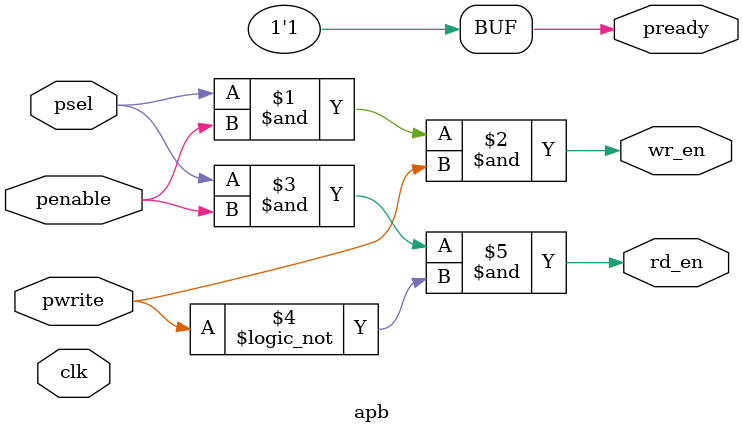
<source format=v>
module apb(
	input wire clk,
//	input wire rst_n,
	input wire psel,
	input wire pwrite,
	input wire penable,
//	input wire [11:0] paddr,
//	input wire [31:0] pwdata,
	output wire pready,
	output wire wr_en,
	output wire rd_en
);

//assign pready = penable;
assign pready = 1;

//always @(*) begin
assign	wr_en = (psel & penable & pwrite);
assign	rd_en = (psel & penable & !pwrite);
//end



/*
reg reg_of_pready;
always @(posedge clk or negedge rst_n)begin
	if(!rst_n) begin
		wr_en <= 0;
		rd_en <= 0;
		reg_of_pready <= 0;end
	else begin
		if(psel && penable) begin
		reg_of_pready <= 1;
		wr_en <= pwrite;
		rd_en <= !pwrite;end
		else begin
			reg_of_pready <= 0;
			wr_en <= 0;
			rd_en <= 0;end
		end
	end
	assign pready = reg_of_pready;*/

  /*     reg penable_d;
       always @(posedge clk or negedge rst_n) begin
	       if(!rst_n)begin
		       penable_d <= 1'b0;end
		else begin
			penable_d <= penable;
		end
	end
	assign pready = wr_en | rd_en;

	always @* begin
		if (!rst_n) begin
			wr_en = 1'b0;
			rd_en = 1'b0;end
		else begin
			if(penable_d && psel && penable) begin
				if(pwrite) begin
					wr_en = 1'b1;
					rd_en = 1'b0;end
				else begin
					wr_en = 1'b0;
					rd_en = 1'b1;
				end
			end
			else begin
				wr_en = 1'b0;
				rd_en = 1'b1;end
			end
			end
*/
endmodule




</source>
